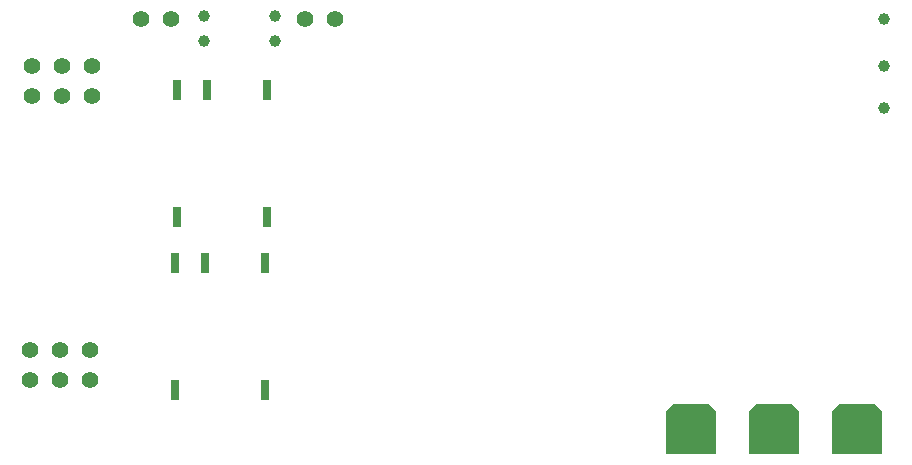
<source format=gbs>
G04 #@! TF.GenerationSoftware,KiCad,Pcbnew,8.0.1*
G04 #@! TF.CreationDate,2024-04-17T20:24:04+03:00*
G04 #@! TF.ProjectId,Daughterboard,44617567-6874-4657-9262-6f6172642e6b,rev?*
G04 #@! TF.SameCoordinates,Original*
G04 #@! TF.FileFunction,Soldermask,Bot*
G04 #@! TF.FilePolarity,Negative*
%FSLAX46Y46*%
G04 Gerber Fmt 4.6, Leading zero omitted, Abs format (unit mm)*
G04 Created by KiCad (PCBNEW 8.0.1) date 2024-04-17 20:24:04*
%MOMM*%
%LPD*%
G01*
G04 APERTURE LIST*
G04 Aperture macros list*
%AMOutline5P*
0 Free polygon, 5 corners , with rotation*
0 The origin of the aperture is its center*
0 number of corners: always 5*
0 $1 to $10 corner X, Y*
0 $11 Rotation angle, in degrees counterclockwise*
0 create outline with 5 corners*
4,1,5,$1,$2,$3,$4,$5,$6,$7,$8,$9,$10,$1,$2,$11*%
%AMOutline6P*
0 Free polygon, 6 corners , with rotation*
0 The origin of the aperture is its center*
0 number of corners: always 6*
0 $1 to $12 corner X, Y*
0 $13 Rotation angle, in degrees counterclockwise*
0 create outline with 6 corners*
4,1,6,$1,$2,$3,$4,$5,$6,$7,$8,$9,$10,$11,$12,$1,$2,$13*%
%AMOutline7P*
0 Free polygon, 7 corners , with rotation*
0 The origin of the aperture is its center*
0 number of corners: always 7*
0 $1 to $14 corner X, Y*
0 $15 Rotation angle, in degrees counterclockwise*
0 create outline with 7 corners*
4,1,7,$1,$2,$3,$4,$5,$6,$7,$8,$9,$10,$11,$12,$13,$14,$1,$2,$15*%
%AMOutline8P*
0 Free polygon, 8 corners , with rotation*
0 The origin of the aperture is its center*
0 number of corners: always 8*
0 $1 to $16 corner X, Y*
0 $17 Rotation angle, in degrees counterclockwise*
0 create outline with 8 corners*
4,1,8,$1,$2,$3,$4,$5,$6,$7,$8,$9,$10,$11,$12,$13,$14,$15,$16,$1,$2,$17*%
G04 Aperture macros list end*
%ADD10C,1.000000*%
%ADD11C,1.400000*%
%ADD12C,1.397000*%
%ADD13Outline6P,-2.100000X1.470000X-1.470000X2.100000X1.470000X2.100000X2.100000X1.470000X2.100000X-2.100000X-2.100000X-2.100000X0.000000*%
%ADD14R,0.660400X1.651000*%
G04 APERTURE END LIST*
D10*
X105800000Y-92500000D03*
X163400000Y-98200000D03*
X111800000Y-90400000D03*
D11*
X103000000Y-90600000D03*
X100460000Y-90600000D03*
D10*
X105800000Y-90400000D03*
X163400000Y-90600000D03*
D12*
X96340000Y-97140000D03*
X96340000Y-94600000D03*
X93800000Y-97140000D03*
X93800000Y-94600000D03*
X91260000Y-97140000D03*
X91260000Y-94600000D03*
D10*
X111800000Y-92500000D03*
X163400000Y-94600000D03*
D12*
X96132100Y-121189700D03*
X96132100Y-118649700D03*
X93592100Y-121189700D03*
X93592100Y-118649700D03*
X91052100Y-121189700D03*
X91052100Y-118649700D03*
D13*
X147052100Y-125349700D03*
X154052100Y-125349700D03*
X161052100Y-125349700D03*
D11*
X114350000Y-90600000D03*
X116890000Y-90600000D03*
D14*
X103460000Y-96600000D03*
X106000000Y-96600000D03*
X111080000Y-96600000D03*
X111080000Y-107369600D03*
X103460000Y-107369600D03*
X103360000Y-111300000D03*
X105900000Y-111300000D03*
X110980000Y-111300000D03*
X110980000Y-122069600D03*
X103360000Y-122069600D03*
M02*

</source>
